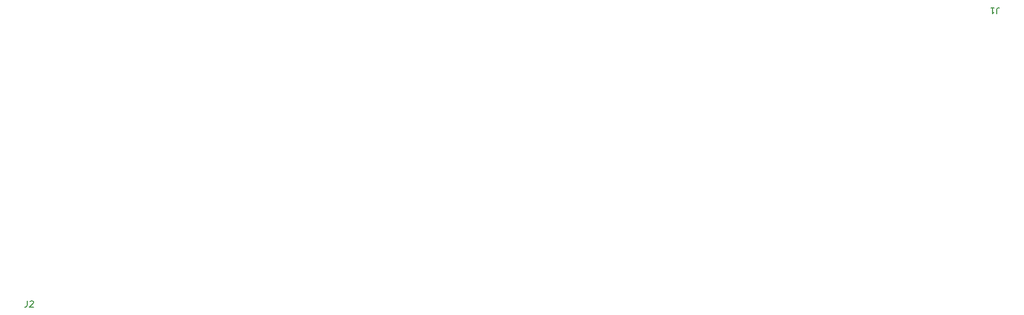
<source format=gto>
G04 #@! TF.GenerationSoftware,KiCad,Pcbnew,8.0.0*
G04 #@! TF.CreationDate,2024-03-09T16:45:53+00:00*
G04 #@! TF.ProjectId,ibm-model-m-flex-ribbon-cable,69626d2d-6d6f-4646-956c-2d6d2d666c65,rev?*
G04 #@! TF.SameCoordinates,Original*
G04 #@! TF.FileFunction,Legend,Top*
G04 #@! TF.FilePolarity,Positive*
%FSLAX46Y46*%
G04 Gerber Fmt 4.6, Leading zero omitted, Abs format (unit mm)*
G04 Created by KiCad (PCBNEW 8.0.0) date 2024-03-09 16:45:53*
%MOMM*%
%LPD*%
G01*
G04 APERTURE LIST*
G04 Aperture macros list*
%AMFreePoly0*
4,1,24,0.375000,-0.621100,0.800000,-0.871100,0.800000,-2.871100,1.650000,-2.871100,1.721523,-2.873644,1.858776,-2.913945,1.979114,-2.991282,2.072790,-3.099390,2.132213,-3.229509,2.152571,-3.371100,2.132213,-3.512691,2.072790,-3.642810,1.979114,-3.750918,1.858776,-3.828255,1.721523,-3.868556,1.650000,-3.871100,0.800000,-3.871100,0.800000,-7.771100,-0.800000,-7.771100,-0.800000,-0.871100,
-0.375000,-0.621100,-0.375000,0.621100,0.375000,0.621100,0.375000,-0.621100,0.375000,-0.621100,$1*%
%AMFreePoly1*
4,1,9,0.375000,-0.621100,0.800000,-0.871100,0.800000,-7.771100,-0.800000,-7.771100,-0.800000,-0.871100,-0.375000,-0.621100,-0.375000,0.621100,0.375000,0.621100,0.375000,-0.621100,0.375000,-0.621100,$1*%
%AMFreePoly2*
4,1,7,0.800000,0.720964,1.250000,-0.771236,-1.250000,-0.771236,-0.800000,0.720964,-0.800000,7.620964,0.800000,7.620964,0.800000,0.720964,0.800000,0.720964,$1*%
%AMFreePoly3*
4,1,24,0.375000,-0.621100,0.800000,-0.871100,0.800000,-7.771100,-0.800000,-7.771100,-0.800000,-3.871100,-1.650000,-3.871100,-1.721523,-3.868556,-1.858776,-3.828255,-1.979114,-3.750918,-2.072790,-3.642810,-2.132213,-3.512691,-2.152571,-3.371100,-2.132213,-3.229509,-2.072790,-3.099390,-1.979114,-2.991282,-1.858776,-2.913945,-1.721523,-2.873644,-1.650000,-2.871100,-0.800000,-2.871100,-0.800000,-0.871100,
-0.375000,-0.621100,-0.375000,0.621100,0.375000,0.621100,0.375000,-0.621100,0.375000,-0.621100,$1*%
G04 Aperture macros list end*
%ADD10C,0.150000*%
%ADD11FreePoly0,180.000000*%
%ADD12FreePoly1,180.000000*%
%ADD13FreePoly2,0.000000*%
%ADD14FreePoly3,180.000000*%
%ADD15FreePoly3,0.000000*%
%ADD16FreePoly1,0.000000*%
%ADD17FreePoly2,180.000000*%
%ADD18FreePoly0,0.000000*%
G04 APERTURE END LIST*
D10*
X227333333Y-59820180D02*
X227333333Y-59105895D01*
X227333333Y-59105895D02*
X227380952Y-58963038D01*
X227380952Y-58963038D02*
X227476190Y-58867800D01*
X227476190Y-58867800D02*
X227619047Y-58820180D01*
X227619047Y-58820180D02*
X227714285Y-58820180D01*
X226333333Y-58820180D02*
X226904761Y-58820180D01*
X226619047Y-58820180D02*
X226619047Y-59820180D01*
X226619047Y-59820180D02*
X226714285Y-59677323D01*
X226714285Y-59677323D02*
X226809523Y-59582085D01*
X226809523Y-59582085D02*
X226904761Y-59534466D01*
X70816666Y-106179819D02*
X70816666Y-106894104D01*
X70816666Y-106894104D02*
X70769047Y-107036961D01*
X70769047Y-107036961D02*
X70673809Y-107132200D01*
X70673809Y-107132200D02*
X70530952Y-107179819D01*
X70530952Y-107179819D02*
X70435714Y-107179819D01*
X71245238Y-106275057D02*
X71292857Y-106227438D01*
X71292857Y-106227438D02*
X71388095Y-106179819D01*
X71388095Y-106179819D02*
X71626190Y-106179819D01*
X71626190Y-106179819D02*
X71721428Y-106227438D01*
X71721428Y-106227438D02*
X71769047Y-106275057D01*
X71769047Y-106275057D02*
X71816666Y-106370295D01*
X71816666Y-106370295D02*
X71816666Y-106465533D01*
X71816666Y-106465533D02*
X71769047Y-106608390D01*
X71769047Y-106608390D02*
X71197619Y-107179819D01*
X71197619Y-107179819D02*
X71816666Y-107179819D01*
%LPC*%
D11*
X229750000Y-59675000D03*
D12*
X232350000Y-59675000D03*
D13*
X234950000Y-59444864D03*
D14*
X237550000Y-59675000D03*
D15*
X72750000Y-108864864D03*
D16*
X75350000Y-108864864D03*
D17*
X77950000Y-109095000D03*
D18*
X80550000Y-108864864D03*
%LPD*%
M02*

</source>
